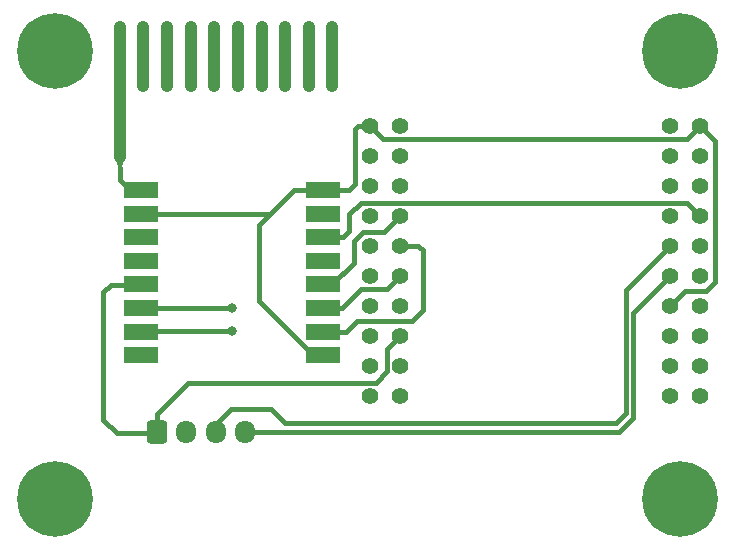
<source format=gbr>
%TF.GenerationSoftware,KiCad,Pcbnew,7.0.7*%
%TF.CreationDate,2023-11-15T17:54:30+01:00*%
%TF.ProjectId,Nodo_ESP32_bresser,4e6f646f-5f45-4535-9033-325f62726573,rev?*%
%TF.SameCoordinates,Original*%
%TF.FileFunction,Copper,L1,Top*%
%TF.FilePolarity,Positive*%
%FSLAX46Y46*%
G04 Gerber Fmt 4.6, Leading zero omitted, Abs format (unit mm)*
G04 Created by KiCad (PCBNEW 7.0.7) date 2023-11-15 17:54:30*
%MOMM*%
%LPD*%
G01*
G04 APERTURE LIST*
G04 Aperture macros list*
%AMRoundRect*
0 Rectangle with rounded corners*
0 $1 Rounding radius*
0 $2 $3 $4 $5 $6 $7 $8 $9 X,Y pos of 4 corners*
0 Add a 4 corners polygon primitive as box body*
4,1,4,$2,$3,$4,$5,$6,$7,$8,$9,$2,$3,0*
0 Add four circle primitives for the rounded corners*
1,1,$1+$1,$2,$3*
1,1,$1+$1,$4,$5*
1,1,$1+$1,$6,$7*
1,1,$1+$1,$8,$9*
0 Add four rect primitives between the rounded corners*
20,1,$1+$1,$2,$3,$4,$5,0*
20,1,$1+$1,$4,$5,$6,$7,0*
20,1,$1+$1,$6,$7,$8,$9,0*
20,1,$1+$1,$8,$9,$2,$3,0*%
%AMOutline4P*
0 Free polygon, 4 corners , with rotation*
0 The origin of the aperture is its center*
0 number of corners: always 4*
0 $1 to $8 corner X, Y*
0 $9 Rotation angle, in degrees counterclockwise*
0 create outline with 4 corners*
4,1,4,$1,$2,$3,$4,$5,$6,$7,$8,$1,$2,$9*%
G04 Aperture macros list end*
%TA.AperFunction,EtchedComponent*%
%ADD10C,1.000000*%
%TD*%
%TA.AperFunction,ComponentPad*%
%ADD11C,0.800000*%
%TD*%
%TA.AperFunction,ComponentPad*%
%ADD12C,6.400000*%
%TD*%
%TA.AperFunction,ComponentPad*%
%ADD13C,1.000000*%
%TD*%
%TA.AperFunction,SMDPad,CuDef*%
%ADD14Outline4P,-0.350000X-0.400000X0.350000X-0.400000X0.050000X0.400000X-0.050000X0.400000X180.000000*%
%TD*%
%TA.AperFunction,ComponentPad*%
%ADD15C,1.400000*%
%TD*%
%TA.AperFunction,SMDPad,CuDef*%
%ADD16R,3.000000X1.400000*%
%TD*%
%TA.AperFunction,ComponentPad*%
%ADD17RoundRect,0.250000X-0.600000X-0.725000X0.600000X-0.725000X0.600000X0.725000X-0.600000X0.725000X0*%
%TD*%
%TA.AperFunction,ComponentPad*%
%ADD18O,1.700000X1.950000*%
%TD*%
%TA.AperFunction,ViaPad*%
%ADD19C,0.800000*%
%TD*%
%TA.AperFunction,Conductor*%
%ADD20C,0.400000*%
%TD*%
G04 APERTURE END LIST*
D10*
%TO.C,J1*%
X123492000Y-77776000D02*
X123492000Y-66776000D01*
X125492000Y-66776000D02*
X125492000Y-71776000D01*
X127492000Y-66776000D02*
X127492000Y-71776000D01*
X129492000Y-66776000D02*
X129492000Y-71776000D01*
X131492000Y-66776000D02*
X131492000Y-71776000D01*
X133492000Y-66776000D02*
X133492000Y-71776000D01*
X135492000Y-66776000D02*
X135492000Y-71776000D01*
X137492000Y-66776000D02*
X137492000Y-71776000D01*
X139492000Y-66776000D02*
X139492000Y-71776000D01*
X141492000Y-66776000D02*
X141492000Y-71776000D01*
%TD*%
D11*
%TO.P,H3,1*%
%TO.N,N/C*%
X168543944Y-68808056D03*
X169246888Y-67111000D03*
X169246888Y-70505112D03*
X170943944Y-66408056D03*
D12*
X170943944Y-68808056D03*
D11*
X170943944Y-71208056D03*
X172641000Y-67111000D03*
X172641000Y-70505112D03*
X173343944Y-68808056D03*
%TD*%
%TO.P,H2,1*%
%TO.N,N/C*%
X168543944Y-106688944D03*
X169246888Y-104991888D03*
X169246888Y-108386000D03*
X170943944Y-104288944D03*
D12*
X170943944Y-106688944D03*
D11*
X170943944Y-109088944D03*
X172641000Y-104991888D03*
X172641000Y-108386000D03*
X173343944Y-106688944D03*
%TD*%
D13*
%TO.P,J1,*%
%TO.N,*%
X123492000Y-66776000D03*
X125492000Y-66776000D03*
X125492000Y-71776000D03*
X127492000Y-66776000D03*
X127492000Y-71776000D03*
X129492000Y-66776000D03*
X129492000Y-71776000D03*
X131492000Y-66776000D03*
X131492000Y-71776000D03*
X133492000Y-66776000D03*
X133492000Y-71776000D03*
X135492000Y-66776000D03*
X135492000Y-71776000D03*
X137492000Y-66776000D03*
X137492000Y-71776000D03*
X139492000Y-66776000D03*
X139492000Y-71776000D03*
X141492000Y-66776000D03*
X141492000Y-71776000D03*
D14*
%TO.P,J1,1,Pin_1*%
%TO.N,Net-(J1-Pin_1)*%
X123492000Y-78476000D03*
%TD*%
D15*
%TO.P,U1,1,GND*%
%TO.N,GND*%
X144701000Y-75112000D03*
%TO.P,U1,2,RST*%
%TO.N,unconnected-(U1-RST-Pad2)*%
X147241000Y-75112000D03*
%TO.P,U1,3,NC*%
%TO.N,unconnected-(U1-NC-Pad3)*%
X144701000Y-77652000D03*
%TO.P,U1,4,IO_36/SVP/A0*%
%TO.N,unconnected-(U1-IO_36{slash}SVP{slash}A0-Pad4)*%
X147241000Y-77652000D03*
%TO.P,U1,5,IO_39/SVN*%
%TO.N,unconnected-(U1-IO_39{slash}SVN-Pad5)*%
X144701000Y-80192000D03*
%TO.P,U1,6,IO_26/D0*%
%TO.N,unconnected-(U1-IO_26{slash}D0-Pad6)*%
X147241000Y-80192000D03*
%TO.P,U1,7,IO_35*%
%TO.N,unconnected-(U1-IO_35-Pad7)*%
X144701000Y-82732000D03*
%TO.P,U1,8,IO_18/D5*%
%TO.N,SCK*%
X147241000Y-82732000D03*
%TO.P,U1,9,IO_33*%
%TO.N,DIO1*%
X144701000Y-85272000D03*
%TO.P,U1,10,IO_19/D6*%
%TO.N,MISO*%
X147241000Y-85272000D03*
%TO.P,U1,11,IO_34*%
%TO.N,unconnected-(U1-IO_34-Pad11)*%
X144701000Y-87812000D03*
%TO.P,U1,12,IO_23/D7*%
%TO.N,MOSI*%
X147241000Y-87812000D03*
%TO.P,U1,13,IO_14/TMS*%
%TO.N,unconnected-(U1-IO_14{slash}TMS-Pad13)*%
X144701000Y-90352000D03*
%TO.P,U1,14,IO_05/D8*%
%TO.N,unconnected-(U1-IO_05{slash}D8-Pad14)*%
X147241000Y-90352000D03*
%TO.P,U1,15,NC*%
%TO.N,unconnected-(U1-NC-Pad15)*%
X144701000Y-92892000D03*
%TO.P,U1,16,3V3*%
%TO.N,+3V3*%
X147241000Y-92892000D03*
%TO.P,U1,17,IO_09/SD2*%
%TO.N,unconnected-(U1-IO_09{slash}SD2-Pad17)*%
X144701000Y-95432000D03*
%TO.P,U1,18,IO_13/TCK*%
%TO.N,unconnected-(U1-IO_13{slash}TCK-Pad18)*%
X147241000Y-95432000D03*
%TO.P,U1,19,CMD*%
%TO.N,unconnected-(U1-CMD-Pad19)*%
X144701000Y-97972000D03*
%TO.P,U1,20,IO_10/SD3*%
%TO.N,unconnected-(U1-IO_10{slash}SD3-Pad20)*%
X147241000Y-97972000D03*
%TO.P,U1,21,TXD*%
%TO.N,unconnected-(U1-TXD-Pad21)*%
X170101000Y-75112000D03*
%TO.P,U1,22,GND*%
%TO.N,GND*%
X172641000Y-75112000D03*
%TO.P,U1,23,RXD*%
%TO.N,unconnected-(U1-RXD-Pad23)*%
X170101000Y-77652000D03*
%TO.P,U1,24,IO_27*%
%TO.N,NSS*%
X172641000Y-77652000D03*
%TO.P,U1,25,IO_22/D1/SCL*%
%TO.N,unconnected-(U1-IO_22{slash}D1{slash}SCL-Pad25)*%
X170101000Y-80192000D03*
%TO.P,U1,26,IO_25*%
%TO.N,unconnected-(U1-IO_25-Pad26)*%
X172641000Y-80192000D03*
%TO.P,U1,27,IO_21/D2/SDA*%
%TO.N,DIO0*%
X170101000Y-82732000D03*
%TO.P,U1,28,IO_32*%
%TO.N,RESET*%
X172641000Y-82732000D03*
%TO.P,U1,29,IO_17/D3*%
%TO.N,SCL*%
X170101000Y-85272000D03*
%TO.P,U1,30,IO_12/TDI*%
%TO.N,unconnected-(U1-IO_12{slash}TDI-Pad30)*%
X172641000Y-85272000D03*
%TO.P,U1,31,IO_16/D4*%
%TO.N,SDA*%
X170101000Y-87812000D03*
%TO.P,U1,32,IO_04*%
%TO.N,unconnected-(U1-IO_04-Pad32)*%
X172641000Y-87812000D03*
%TO.P,U1,33,GND*%
%TO.N,GND*%
X170101000Y-90352000D03*
%TO.P,U1,34,IO_00*%
%TO.N,unconnected-(U1-IO_00-Pad34)*%
X172641000Y-90352000D03*
%TO.P,U1,35,VCC_(USB)*%
%TO.N,unconnected-(U1-VCC_(USB)-Pad35)*%
X170101000Y-92892000D03*
%TO.P,U1,36,IO_02*%
%TO.N,unconnected-(U1-IO_02-Pad36)*%
X172641000Y-92892000D03*
%TO.P,U1,37,TD0*%
%TO.N,unconnected-(U1-TD0-Pad37)*%
X170101000Y-95432000D03*
%TO.P,U1,38,SD1*%
%TO.N,unconnected-(U1-SD1-Pad38)*%
X172641000Y-95432000D03*
%TO.P,U1,39,SD0*%
%TO.N,unconnected-(U1-SD0-Pad39)*%
X170101000Y-97972000D03*
%TO.P,U1,40,CLK*%
%TO.N,unconnected-(U1-CLK-Pad40)*%
X172641000Y-97972000D03*
%TD*%
D11*
%TO.P,H4,1*%
%TO.N,N/C*%
X115631000Y-68762000D03*
X116333944Y-67064944D03*
X116333944Y-70459056D03*
X118031000Y-66362000D03*
D12*
X118031000Y-68762000D03*
D11*
X118031000Y-71162000D03*
X119728056Y-67064944D03*
X119728056Y-70459056D03*
X120431000Y-68762000D03*
%TD*%
D16*
%TO.P,U2,1,GND*%
%TO.N,GND*%
X140660500Y-94558000D03*
%TO.P,U2,2,MISO*%
%TO.N,MISO*%
X140660500Y-92558000D03*
%TO.P,U2,3,MOSI*%
%TO.N,MOSI*%
X140660500Y-90558000D03*
%TO.P,U2,4,SCK*%
%TO.N,SCK*%
X140660500Y-88558000D03*
%TO.P,U2,5,NSS*%
%TO.N,NSS*%
X140660500Y-86558000D03*
%TO.P,U2,6,RESET*%
%TO.N,RESET*%
X140660500Y-84558000D03*
%TO.P,U2,7,DIO5*%
%TO.N,unconnected-(U2-DIO5-Pad7)*%
X140660500Y-82558000D03*
%TO.P,U2,8,GND*%
%TO.N,GND*%
X140660500Y-80558000D03*
%TO.P,U2,9,ANT*%
%TO.N,Net-(J1-Pin_1)*%
X125260500Y-80558000D03*
%TO.P,U2,10,GND*%
%TO.N,GND*%
X125260500Y-82558000D03*
%TO.P,U2,11,DIO3*%
%TO.N,unconnected-(U2-DIO3-Pad11)*%
X125260500Y-84558000D03*
%TO.P,U2,12,DIO4*%
%TO.N,unconnected-(U2-DIO4-Pad12)*%
X125260500Y-86558000D03*
%TO.P,U2,13,3.3V*%
%TO.N,+3V3*%
X125260500Y-88558000D03*
%TO.P,U2,14,DIO0*%
%TO.N,DIO0*%
X125260500Y-90558000D03*
%TO.P,U2,15,DIO1*%
%TO.N,DIO1*%
X125260500Y-92558000D03*
%TO.P,U2,16,DIO2*%
%TO.N,unconnected-(U2-DIO2-Pad16)*%
X125260500Y-94558000D03*
%TD*%
D11*
%TO.P,H1,1*%
%TO.N,N/C*%
X115631000Y-106735000D03*
X116333944Y-105037944D03*
X116333944Y-108432056D03*
X118031000Y-104335000D03*
D12*
X118031000Y-106735000D03*
D11*
X118031000Y-109135000D03*
X119728056Y-105037944D03*
X119728056Y-108432056D03*
X120431000Y-106735000D03*
%TD*%
D17*
%TO.P,J2,1,Pin_1*%
%TO.N,+3V3*%
X126600000Y-101020000D03*
D18*
%TO.P,J2,2,Pin_2*%
%TO.N,GND*%
X129100000Y-101020000D03*
%TO.P,J2,3,Pin_3*%
%TO.N,SCL*%
X131600000Y-101020000D03*
%TO.P,J2,4,Pin_4*%
%TO.N,SDA*%
X134100000Y-101020000D03*
%TD*%
D19*
%TO.N,GND*%
X140637000Y-94670000D03*
%TO.N,DIO0*%
X133017000Y-90558000D03*
%TO.N,NSS*%
X141272000Y-86542000D03*
%TO.N,DIO1*%
X133017000Y-92511000D03*
%TD*%
D20*
%TO.N,Net-(J1-Pin_1)*%
X125260500Y-80558000D02*
X125245500Y-80573000D01*
X124381000Y-80573000D02*
X123492000Y-79684000D01*
X123492000Y-79684000D02*
X123492000Y-78676000D01*
X125245500Y-80573000D02*
X124381000Y-80573000D01*
%TO.N,GND*%
X171371000Y-89082000D02*
X170101000Y-90352000D01*
X138239000Y-80558000D02*
X140660500Y-80558000D01*
X172641000Y-75112000D02*
X173911000Y-76382000D01*
X142938000Y-80558000D02*
X140660500Y-80558000D01*
X125260500Y-82558000D02*
X125307500Y-82605000D01*
X136239000Y-82558000D02*
X138239000Y-80558000D01*
X135303000Y-83494000D02*
X136239000Y-82558000D01*
X144701000Y-75112000D02*
X143685000Y-75112000D01*
X173149000Y-89082000D02*
X171371000Y-89082000D01*
X173911000Y-76382000D02*
X173911000Y-88320000D01*
X125307500Y-82605000D02*
X136192000Y-82605000D01*
X143431000Y-75366000D02*
X143431000Y-80065000D01*
X140637000Y-94670000D02*
X139860500Y-94558000D01*
X135303000Y-90000500D02*
X135303000Y-83494000D01*
X143685000Y-75112000D02*
X143431000Y-75366000D01*
X136192000Y-82605000D02*
X136239000Y-82558000D01*
X139860500Y-94558000D02*
X135303000Y-90000500D01*
X144701000Y-75112000D02*
X145801000Y-76212000D01*
X143431000Y-80065000D02*
X142938000Y-80558000D01*
X145801000Y-76212000D02*
X171541000Y-76212000D01*
X173911000Y-88320000D02*
X173149000Y-89082000D01*
X140660500Y-94558000D02*
X140637000Y-94670000D01*
X171541000Y-76212000D02*
X172641000Y-75112000D01*
%TO.N,RESET*%
X142923000Y-82605000D02*
X143896000Y-81632000D01*
X140660500Y-84558000D02*
X142367000Y-84558000D01*
X142923000Y-84002000D02*
X142923000Y-82605000D01*
X142367000Y-84558000D02*
X142923000Y-84002000D01*
X171541000Y-81632000D02*
X172641000Y-82732000D01*
X143896000Y-81632000D02*
X171541000Y-81632000D01*
%TO.N,DIO0*%
X133017000Y-90558000D02*
X125260500Y-90558000D01*
%TO.N,+3V3*%
X122730000Y-88574000D02*
X122095000Y-89209000D01*
X126600000Y-99563000D02*
X126600000Y-101020000D01*
X125260500Y-88558000D02*
X124460500Y-88558000D01*
X122095000Y-89209000D02*
X122095000Y-100004000D01*
X124460500Y-88558000D02*
X124444500Y-88574000D01*
X123238000Y-101147000D02*
X126473000Y-101147000D01*
X126473000Y-101147000D02*
X126600000Y-101020000D01*
X122095000Y-100004000D02*
X123238000Y-101147000D01*
X146141000Y-95887635D02*
X145156635Y-96872000D01*
X147241000Y-92892000D02*
X146141000Y-93992000D01*
X146141000Y-93992000D02*
X146141000Y-95887635D01*
X129291000Y-96872000D02*
X126600000Y-99563000D01*
X124444500Y-88574000D02*
X122730000Y-88574000D01*
X145156635Y-96872000D02*
X129291000Y-96872000D01*
%TO.N,MOSI*%
X140660500Y-90558000D02*
X142336000Y-90558000D01*
X142336000Y-90558000D02*
X143939000Y-88955000D01*
X143939000Y-88955000D02*
X146098000Y-88955000D01*
X146098000Y-88955000D02*
X147241000Y-87812000D01*
%TO.N,MISO*%
X149146000Y-85653000D02*
X148765000Y-85272000D01*
X148257000Y-91622000D02*
X149146000Y-90733000D01*
X140660500Y-92558000D02*
X142622000Y-92558000D01*
X149146000Y-90733000D02*
X149146000Y-85653000D01*
X143558000Y-91622000D02*
X148257000Y-91622000D01*
X142622000Y-92558000D02*
X143558000Y-91622000D01*
X148765000Y-85272000D02*
X147241000Y-85272000D01*
%TO.N,DIO1*%
X133017000Y-92511000D02*
X125307500Y-92511000D01*
X125307500Y-92511000D02*
X125260500Y-92558000D01*
%TO.N,SCK*%
X140660500Y-88558000D02*
X141460500Y-88558000D01*
X143304000Y-86714500D02*
X143304000Y-84891000D01*
X145844000Y-84129000D02*
X147241000Y-82732000D01*
X143304000Y-84891000D02*
X144066000Y-84129000D01*
X141460500Y-88558000D02*
X143304000Y-86714500D01*
X144066000Y-84129000D02*
X145844000Y-84129000D01*
%TO.N,SCL*%
X165529000Y-100258000D02*
X166326000Y-99461000D01*
X136319000Y-99115000D02*
X137462000Y-100258000D01*
X131600000Y-100405000D02*
X132890000Y-99115000D01*
X166326000Y-99461000D02*
X166326000Y-89047000D01*
X132890000Y-99115000D02*
X136319000Y-99115000D01*
X137462000Y-100258000D02*
X165529000Y-100258000D01*
X131600000Y-101020000D02*
X131600000Y-100405000D01*
X166326000Y-89047000D02*
X170101000Y-85272000D01*
%TO.N,SDA*%
X166926000Y-90987000D02*
X170101000Y-87812000D01*
X166926000Y-99877000D02*
X166926000Y-90987000D01*
X165783000Y-101020000D02*
X166926000Y-99877000D01*
X134100000Y-101020000D02*
X165783000Y-101020000D01*
%TD*%
M02*

</source>
